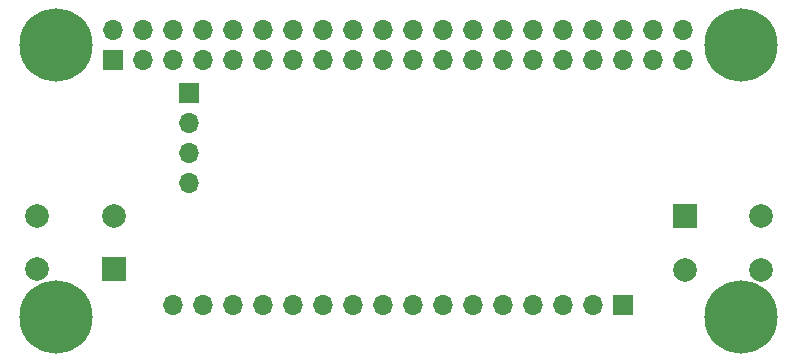
<source format=gbs>
G04 #@! TF.GenerationSoftware,KiCad,Pcbnew,(5.1.4)-1*
G04 #@! TF.CreationDate,2019-11-05T21:54:15-05:00*
G04 #@! TF.ProjectId,haptic-uhat,68617074-6963-42d7-9568-61742e6b6963,rev?*
G04 #@! TF.SameCoordinates,Original*
G04 #@! TF.FileFunction,Soldermask,Bot*
G04 #@! TF.FilePolarity,Negative*
%FSLAX46Y46*%
G04 Gerber Fmt 4.6, Leading zero omitted, Abs format (unit mm)*
G04 Created by KiCad (PCBNEW (5.1.4)-1) date 2019-11-05 21:54:15*
%MOMM*%
%LPD*%
G04 APERTURE LIST*
%ADD10C,2.000000*%
%ADD11R,2.000000X2.000000*%
%ADD12C,6.200000*%
%ADD13R,1.700000X1.700000*%
%ADD14O,1.700000X1.700000*%
G04 APERTURE END LIST*
D10*
X75750000Y-47000000D03*
X69250000Y-47000000D03*
X75750000Y-42500000D03*
D11*
X69250000Y-42500000D03*
D12*
X16000000Y-51000000D03*
X74000000Y-28000000D03*
X74000000Y-51000000D03*
X16000000Y-28000000D03*
D13*
X20870000Y-29270000D03*
D14*
X20870000Y-26730000D03*
X23410000Y-29270000D03*
X23410000Y-26730000D03*
X25950000Y-29270000D03*
X25950000Y-26730000D03*
X28490000Y-29270000D03*
X28490000Y-26730000D03*
X31030000Y-29270000D03*
X31030000Y-26730000D03*
X33570000Y-29270000D03*
X33570000Y-26730000D03*
X36110000Y-29270000D03*
X36110000Y-26730000D03*
X38650000Y-29270000D03*
X38650000Y-26730000D03*
X41190000Y-29270000D03*
X41190000Y-26730000D03*
X43730000Y-29270000D03*
X43730000Y-26730000D03*
X46270000Y-29270000D03*
X46270000Y-26730000D03*
X48810000Y-29270000D03*
X48810000Y-26730000D03*
X51350000Y-29270000D03*
X51350000Y-26730000D03*
X53890000Y-29270000D03*
X53890000Y-26730000D03*
X56430000Y-29270000D03*
X56430000Y-26730000D03*
X58970000Y-29270000D03*
X58970000Y-26730000D03*
X61510000Y-29270000D03*
X61510000Y-26730000D03*
X64050000Y-29270000D03*
X64050000Y-26730000D03*
X66590000Y-29270000D03*
X66590000Y-26730000D03*
X69130000Y-29270000D03*
X69130000Y-26730000D03*
D13*
X64000000Y-50000000D03*
D14*
X61460000Y-50000000D03*
X58920000Y-50000000D03*
X56380000Y-50000000D03*
X53840000Y-50000000D03*
X51300000Y-50000000D03*
X48760000Y-50000000D03*
X46220000Y-50000000D03*
X43680000Y-50000000D03*
X41140000Y-50000000D03*
X38600000Y-50000000D03*
X36060000Y-50000000D03*
X33520000Y-50000000D03*
X30980000Y-50000000D03*
X28440000Y-50000000D03*
X25900000Y-50000000D03*
D13*
X27305000Y-32067500D03*
D14*
X27305000Y-34607500D03*
X27305000Y-37147500D03*
X27305000Y-39687500D03*
D11*
X20953800Y-46979400D03*
D10*
X14453800Y-46979400D03*
X20953800Y-42479400D03*
X14453800Y-42479400D03*
M02*

</source>
